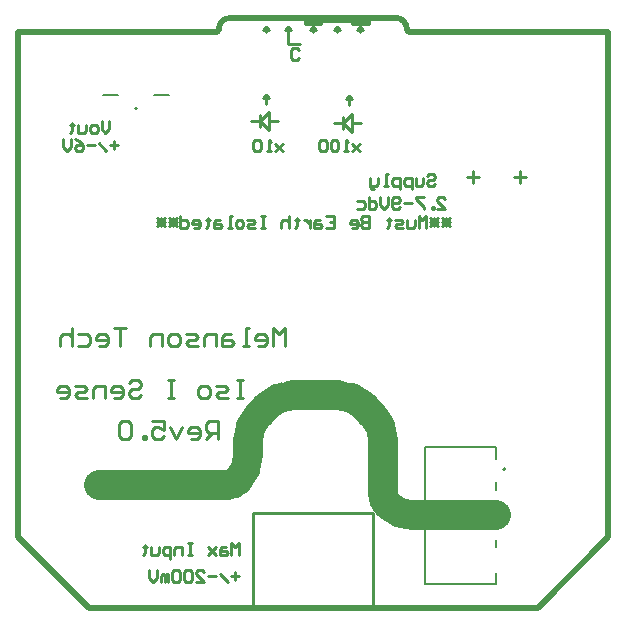
<source format=gbo>
G04*
G04 #@! TF.GenerationSoftware,Altium Limited,CircuitStudio,1.5.2 (1.5.2.30)*
G04*
G04 Layer_Color=13948096*
%FSLAX44Y44*%
%MOMM*%
G71*
G01*
G75*
%ADD33C,0.2540*%
%ADD34C,0.5000*%
%ADD35C,0.2500*%
%ADD36C,2.5000*%
%ADD59C,0.2000*%
%ADD101C,0.1270*%
D33*
X395040Y754580D02*
Y762200D01*
X387420D02*
X395040Y754580D01*
X387420Y762200D02*
X395040Y769820D01*
Y762200D02*
Y769820D01*
X387420Y757120D02*
Y767280D01*
X379800Y762200D02*
X387420D01*
X395040D02*
X402660D01*
X392500Y784620D02*
X395040Y782080D01*
X389960D02*
X395040D01*
X389960D02*
X392500Y784620D01*
Y777000D02*
Y784620D01*
X462500Y776000D02*
Y783620D01*
X459960Y781080D02*
X462500Y783620D01*
X459960Y781080D02*
X465040D01*
X462500Y783620D02*
X465040Y781080D01*
Y761200D02*
X472660D01*
X449800D02*
X457420D01*
Y756120D02*
Y766280D01*
X465040Y761200D02*
Y768820D01*
X457420Y761200D02*
X465040Y768820D01*
X457420Y761200D02*
X465040Y753580D01*
Y761200D01*
X381700Y349500D02*
X483300D01*
Y430500D01*
X381700D02*
X483300D01*
X381700Y349360D02*
Y430500D01*
X420164Y816169D02*
X418498Y814503D01*
X415166D01*
X413500Y816169D01*
Y822834D01*
X415166Y824500D01*
X418498D01*
X420164Y822834D01*
X572500Y715117D02*
X562343D01*
X567422Y720196D02*
Y710039D01*
X373000Y543335D02*
X367922D01*
X370461D01*
Y528100D01*
X373000D01*
X367922D01*
X360304D02*
X352687D01*
X350147Y530639D01*
X352687Y533178D01*
X357765D01*
X360304Y535717D01*
X357765Y538257D01*
X350147D01*
X342530Y528100D02*
X337451D01*
X334912Y530639D01*
Y535717D01*
X337451Y538257D01*
X342530D01*
X345069Y535717D01*
Y530639D01*
X342530Y528100D01*
X314599Y543335D02*
X309520D01*
X312060D01*
Y528100D01*
X314599D01*
X309520D01*
X276511Y540796D02*
X279050Y543335D01*
X284129D01*
X286668Y540796D01*
Y538257D01*
X284129Y535717D01*
X279050D01*
X276511Y533178D01*
Y530639D01*
X279050Y528100D01*
X284129D01*
X286668Y530639D01*
X263815Y528100D02*
X268894D01*
X271433Y530639D01*
Y535717D01*
X268894Y538257D01*
X263815D01*
X261276Y535717D01*
Y533178D01*
X271433D01*
X256198Y528100D02*
Y538257D01*
X248580D01*
X246041Y535717D01*
Y528100D01*
X240963D02*
X233345D01*
X230806Y530639D01*
X233345Y533178D01*
X238423D01*
X240963Y535717D01*
X238423Y538257D01*
X230806D01*
X218110Y528100D02*
X223188D01*
X225728Y530639D01*
Y535717D01*
X223188Y538257D01*
X218110D01*
X215571Y535717D01*
Y533178D01*
X225728D01*
X406750Y743415D02*
X400085Y736750D01*
X403418Y740082D01*
X400085Y743415D01*
X406750Y736750D01*
X396753D02*
X393421D01*
X395087D01*
Y746747D01*
X396753Y745081D01*
X388423D02*
X386756Y746747D01*
X383424D01*
X381758Y745081D01*
Y738416D01*
X383424Y736750D01*
X386756D01*
X388423Y738416D01*
Y745081D01*
X472250Y743415D02*
X465586Y736750D01*
X468918Y740082D01*
X465586Y743415D01*
X472250Y736750D01*
X462253D02*
X458921D01*
X460587D01*
Y746747D01*
X462253Y745081D01*
X453923D02*
X452256Y746747D01*
X448924D01*
X447258Y745081D01*
Y738416D01*
X448924Y736750D01*
X452256D01*
X453923Y738416D01*
Y745081D01*
X443926D02*
X442260Y746747D01*
X438927D01*
X437261Y745081D01*
Y738416D01*
X438927Y736750D01*
X442260D01*
X443926Y738416D01*
Y745081D01*
X408900Y572100D02*
Y587335D01*
X403822Y582257D01*
X398743Y587335D01*
Y572100D01*
X386047D02*
X391126D01*
X393665Y574639D01*
Y579717D01*
X391126Y582257D01*
X386047D01*
X383508Y579717D01*
Y577178D01*
X393665D01*
X378430Y572100D02*
X373351D01*
X375891D01*
Y587335D01*
X378430D01*
X363195Y582257D02*
X358116D01*
X355577Y579717D01*
Y572100D01*
X363195D01*
X365734Y574639D01*
X363195Y577178D01*
X355577D01*
X350499Y572100D02*
Y582257D01*
X342881D01*
X340342Y579717D01*
Y572100D01*
X335264D02*
X327646D01*
X325107Y574639D01*
X327646Y577178D01*
X332725D01*
X335264Y579717D01*
X332725Y582257D01*
X325107D01*
X317489Y572100D02*
X312411D01*
X309872Y574639D01*
Y579717D01*
X312411Y582257D01*
X317489D01*
X320029Y579717D01*
Y574639D01*
X317489Y572100D01*
X304794D02*
Y582257D01*
X297176D01*
X294637Y579717D01*
Y572100D01*
X274324Y587335D02*
X264167D01*
X269245D01*
Y572100D01*
X251471D02*
X256549D01*
X259088Y574639D01*
Y579717D01*
X256549Y582257D01*
X251471D01*
X248932Y579717D01*
Y577178D01*
X259088D01*
X233697Y582257D02*
X241314D01*
X243853Y579717D01*
Y574639D01*
X241314Y572100D01*
X233697D01*
X228618Y587335D02*
Y572100D01*
Y579717D01*
X226079Y582257D01*
X221001D01*
X218461Y579717D01*
Y572100D01*
X612500Y715117D02*
X602343D01*
X607422Y720196D02*
Y710039D01*
X260000Y762497D02*
Y755832D01*
X256668Y752500D01*
X253335Y755832D01*
Y762497D01*
X248337Y752500D02*
X245005D01*
X243339Y754166D01*
Y757498D01*
X245005Y759164D01*
X248337D01*
X250003Y757498D01*
Y754166D01*
X248337Y752500D01*
X240006Y759164D02*
Y754166D01*
X238340Y752500D01*
X233342D01*
Y759164D01*
X228344Y760831D02*
Y759164D01*
X230010D01*
X226677D01*
X228344D01*
Y754166D01*
X226677Y752500D01*
X267500Y742498D02*
X260835D01*
X264168Y745831D02*
Y739166D01*
X257503Y737500D02*
X250839Y744164D01*
X247506Y742498D02*
X240842D01*
X230845Y747497D02*
X234177Y745831D01*
X237510Y742498D01*
Y739166D01*
X235843Y737500D01*
X232511D01*
X230845Y739166D01*
Y740832D01*
X232511Y742498D01*
X237510D01*
X227513Y747497D02*
Y740832D01*
X224181Y737500D01*
X220848Y740832D01*
Y747497D01*
X370000Y377598D02*
X363335D01*
X366668Y380931D02*
Y374266D01*
X360003Y372600D02*
X353338Y379264D01*
X350006Y377598D02*
X343342D01*
X333345Y372600D02*
X340009D01*
X333345Y379264D01*
Y380931D01*
X335011Y382597D01*
X338343D01*
X340009Y380931D01*
X330013D02*
X328346Y382597D01*
X325014D01*
X323348Y380931D01*
Y374266D01*
X325014Y372600D01*
X328346D01*
X330013Y374266D01*
Y380931D01*
X320016D02*
X318350Y382597D01*
X315017D01*
X313351Y380931D01*
Y374266D01*
X315017Y372600D01*
X318350D01*
X320016Y374266D01*
Y380931D01*
X310019Y372600D02*
Y379264D01*
X308353D01*
X306687Y377598D01*
Y372600D01*
Y377598D01*
X305021Y379264D01*
X303354Y377598D01*
Y372600D01*
X300022Y382597D02*
Y375932D01*
X296690Y372600D01*
X293358Y375932D01*
Y382597D01*
X529235Y716230D02*
X530901Y717897D01*
X534234D01*
X535900Y716230D01*
Y714564D01*
X534234Y712898D01*
X530901D01*
X529235Y711232D01*
Y709566D01*
X530901Y707900D01*
X534234D01*
X535900Y709566D01*
X525903Y714564D02*
Y709566D01*
X524237Y707900D01*
X519239D01*
Y714564D01*
X515906Y704568D02*
Y714564D01*
X510908D01*
X509242Y712898D01*
Y709566D01*
X510908Y707900D01*
X515906D01*
X505910Y704568D02*
Y714564D01*
X500911D01*
X499245Y712898D01*
Y709566D01*
X500911Y707900D01*
X505910D01*
X495913D02*
X492580D01*
X494247D01*
Y717897D01*
X495913D01*
X487582Y714564D02*
Y709566D01*
X485916Y707900D01*
X480918D01*
Y706234D01*
X482584Y704568D01*
X484250D01*
X480918Y707900D02*
Y714564D01*
X537735Y688000D02*
X544400D01*
X537735Y694664D01*
Y696330D01*
X539402Y697997D01*
X542734D01*
X544400Y696330D01*
X534403Y688000D02*
Y689666D01*
X532737D01*
Y688000D01*
X534403D01*
X526073Y697997D02*
X519408D01*
Y696330D01*
X526073Y689666D01*
Y688000D01*
X516076Y692998D02*
X509411D01*
X506079Y689666D02*
X504413Y688000D01*
X501081D01*
X499414Y689666D01*
Y696330D01*
X501081Y697997D01*
X504413D01*
X506079Y696330D01*
Y694664D01*
X504413Y692998D01*
X499414D01*
X496082Y697997D02*
Y691332D01*
X492750Y688000D01*
X489418Y691332D01*
Y697997D01*
X479421D02*
Y688000D01*
X484419D01*
X486085Y689666D01*
Y692998D01*
X484419Y694664D01*
X479421D01*
X469424D02*
X474422D01*
X476089Y692998D01*
Y689666D01*
X474422Y688000D01*
X469424D01*
X548400Y680530D02*
X541735Y673866D01*
X548400D02*
X541735Y680530D01*
X548400Y677198D02*
X541735D01*
X545068Y673866D02*
Y680530D01*
X538403D02*
X531739Y673866D01*
X538403D02*
X531739Y680530D01*
X538403Y677198D02*
X531739D01*
X535071Y673866D02*
Y680530D01*
X528406Y672200D02*
Y682197D01*
X525074Y678864D01*
X521742Y682197D01*
Y672200D01*
X518410Y678864D02*
Y673866D01*
X516743Y672200D01*
X511745D01*
Y678864D01*
X508413Y672200D02*
X503414D01*
X501748Y673866D01*
X503414Y675532D01*
X506747D01*
X508413Y677198D01*
X506747Y678864D01*
X501748D01*
X496750Y680530D02*
Y678864D01*
X498416D01*
X495084D01*
X496750D01*
Y673866D01*
X495084Y672200D01*
X480089Y682197D02*
Y672200D01*
X475090D01*
X473424Y673866D01*
Y675532D01*
X475090Y677198D01*
X480089D01*
X475090D01*
X473424Y678864D01*
Y680530D01*
X475090Y682197D01*
X480089D01*
X465093Y672200D02*
X468426D01*
X470092Y673866D01*
Y677198D01*
X468426Y678864D01*
X465093D01*
X463427Y677198D01*
Y675532D01*
X470092D01*
X443434Y682197D02*
X450098D01*
Y672200D01*
X443434D01*
X450098Y677198D02*
X446766D01*
X438435Y678864D02*
X435103D01*
X433437Y677198D01*
Y672200D01*
X438435D01*
X440102Y673866D01*
X438435Y675532D01*
X433437D01*
X430105Y678864D02*
Y672200D01*
Y675532D01*
X428439Y677198D01*
X426772Y678864D01*
X425106D01*
X418442Y680530D02*
Y678864D01*
X420108D01*
X416776D01*
X418442D01*
Y673866D01*
X416776Y672200D01*
X411777Y682197D02*
Y672200D01*
Y677198D01*
X410111Y678864D01*
X406779D01*
X405113Y677198D01*
Y672200D01*
X391784Y682197D02*
X388451D01*
X390118D01*
Y672200D01*
X391784D01*
X388451D01*
X383453D02*
X378455D01*
X376789Y673866D01*
X378455Y675532D01*
X381787D01*
X383453Y677198D01*
X381787Y678864D01*
X376789D01*
X371790Y672200D02*
X368458D01*
X366792Y673866D01*
Y677198D01*
X368458Y678864D01*
X371790D01*
X373456Y677198D01*
Y673866D01*
X371790Y672200D01*
X363460D02*
X360127D01*
X361793D01*
Y682197D01*
X363460D01*
X353463Y678864D02*
X350131D01*
X348464Y677198D01*
Y672200D01*
X353463D01*
X355129Y673866D01*
X353463Y675532D01*
X348464D01*
X343466Y680530D02*
Y678864D01*
X345132D01*
X341800D01*
X343466D01*
Y673866D01*
X341800Y672200D01*
X331803D02*
X335135D01*
X336801Y673866D01*
Y677198D01*
X335135Y678864D01*
X331803D01*
X330137Y677198D01*
Y675532D01*
X336801D01*
X320140Y682197D02*
Y672200D01*
X325139D01*
X326805Y673866D01*
Y677198D01*
X325139Y678864D01*
X320140D01*
X316808Y680530D02*
X310143Y673866D01*
X316808D02*
X310143Y680530D01*
X316808Y677198D02*
X310143D01*
X313476Y673866D02*
Y680530D01*
X306811D02*
X300147Y673866D01*
X306811D02*
X300147Y680530D01*
X306811Y677198D02*
X300147D01*
X303479Y673866D02*
Y680530D01*
X370000Y395100D02*
Y405097D01*
X366668Y401764D01*
X363335Y405097D01*
Y395100D01*
X358337Y401764D02*
X355005D01*
X353338Y400098D01*
Y395100D01*
X358337D01*
X360003Y396766D01*
X358337Y398432D01*
X353338D01*
X350006Y401764D02*
X343342Y395100D01*
X346674Y398432D01*
X343342Y401764D01*
X350006Y395100D01*
X330013Y405097D02*
X326680D01*
X328346D01*
Y395100D01*
X330013D01*
X326680D01*
X321682D02*
Y401764D01*
X316684D01*
X315018Y400098D01*
Y395100D01*
X311685Y391768D02*
Y401764D01*
X306687D01*
X305021Y400098D01*
Y396766D01*
X306687Y395100D01*
X311685D01*
X301688Y401764D02*
Y396766D01*
X300022Y395100D01*
X295024D01*
Y401764D01*
X290026Y403431D02*
Y401764D01*
X291692D01*
X288359D01*
X290026D01*
Y396766D01*
X288359Y395100D01*
X351800Y493300D02*
Y508535D01*
X344182D01*
X341643Y505996D01*
Y500917D01*
X344182Y498378D01*
X351800D01*
X346722D02*
X341643Y493300D01*
X328947D02*
X334026D01*
X336565Y495839D01*
Y500917D01*
X334026Y503457D01*
X328947D01*
X326408Y500917D01*
Y498378D01*
X336565D01*
X321330Y503457D02*
X316251Y493300D01*
X311173Y503457D01*
X295938Y508535D02*
X306095D01*
Y500917D01*
X301016Y503457D01*
X298477D01*
X295938Y500917D01*
Y495839D01*
X298477Y493300D01*
X303556D01*
X306095Y495839D01*
X290860Y493300D02*
Y495839D01*
X288321D01*
Y493300D01*
X290860D01*
X278164Y505996D02*
X275625Y508535D01*
X270546D01*
X268007Y505996D01*
Y495839D01*
X270546Y493300D01*
X275625D01*
X278164Y495839D01*
Y505996D01*
D34*
X350049Y837549D02*
G03*
X352549Y840049I0J2500D01*
G01*
X362549Y850049D02*
G03*
X352549Y840049I0J-10000D01*
G01*
X512000D02*
G03*
X514500Y837549I2500J0D01*
G01*
X512000Y840049D02*
G03*
X502000Y850049I-10000J0D01*
G01*
X362549D02*
X502000D01*
X667500Y837549D02*
X682500D01*
X514500D02*
X667500D01*
X182500Y837500D02*
X350049D01*
X682500Y410000D02*
Y837549D01*
X622600Y350100D02*
X682500Y410000D01*
X182500D02*
Y837500D01*
X242400Y350100D02*
X622600D01*
X182500Y410000D02*
X242400Y350100D01*
D35*
X439000Y847500D02*
X446500D01*
X392500Y842500D02*
X395000Y840000D01*
X390000D02*
X395000D01*
X390000D02*
X392500Y842500D01*
Y837500D02*
Y842500D01*
X432500Y837500D02*
Y842500D01*
X430000Y840000D02*
X432500Y842500D01*
X430000Y840000D02*
X435000D01*
X432500Y842500D02*
X435000Y840000D01*
X452500Y842500D02*
X455000Y840000D01*
X450000D02*
X455000D01*
X450000D02*
X452500Y842500D01*
Y837500D02*
Y842500D01*
X472500Y837500D02*
Y842500D01*
X470000Y840000D02*
X472500Y842500D01*
X470000Y840000D02*
X475000D01*
X472500Y842500D02*
X475000Y840000D01*
X411500Y842500D02*
X414000Y840000D01*
X409000D02*
X414000D01*
X409000D02*
X411500Y842500D01*
Y827500D02*
Y842500D01*
Y827500D02*
X421500D01*
X465500Y844500D02*
Y847500D01*
Y844500D02*
X479500D01*
Y847500D01*
X446500D02*
X479500D01*
X425500Y844500D02*
Y847500D01*
X439000D01*
Y844500D02*
Y847500D01*
X425500Y844500D02*
X439000D01*
D36*
X359439Y454150D02*
G03*
X368420Y457870I0J12700D01*
G01*
D02*
G03*
X377400Y479550I-21680J21680D01*
G01*
X386380Y513930D02*
G03*
X377400Y492250I21680J-21680D01*
G01*
X415500Y530350D02*
G03*
X393820Y521370I0J-30661D01*
G01*
X475280D02*
G03*
X453600Y530350I-21680J-21680D01*
G01*
X491700Y492250D02*
G03*
X482720Y513930I-30661J0D01*
G01*
X491700Y446711D02*
G03*
X495420Y437730I12700J0D01*
G01*
D02*
G03*
X517100Y428750I21680J21680D01*
G01*
X251000Y454150D02*
X359439D01*
X377400Y479550D02*
Y492250D01*
X386380Y513930D02*
X393820Y521370D01*
X415500Y530350D02*
X453600D01*
X475280Y521370D02*
X482720Y513930D01*
X491700Y446711D02*
Y492250D01*
X517100Y428750D02*
X587250D01*
D59*
X283500Y773000D02*
G03*
X283500Y773000I-1000J0D01*
G01*
X595250Y467750D02*
G03*
X595250Y467750I-1000J0D01*
G01*
D101*
X254500Y784902D02*
X267500D01*
X297500D02*
X310500D01*
X587250Y449750D02*
Y456750D01*
Y424750D02*
Y432750D01*
Y401750D02*
Y407750D01*
Y476750D02*
Y486750D01*
Y370750D02*
Y379750D01*
X527250Y486750D02*
X587250D01*
X527250Y370750D02*
Y486750D01*
Y370750D02*
X587250D01*
M02*

</source>
